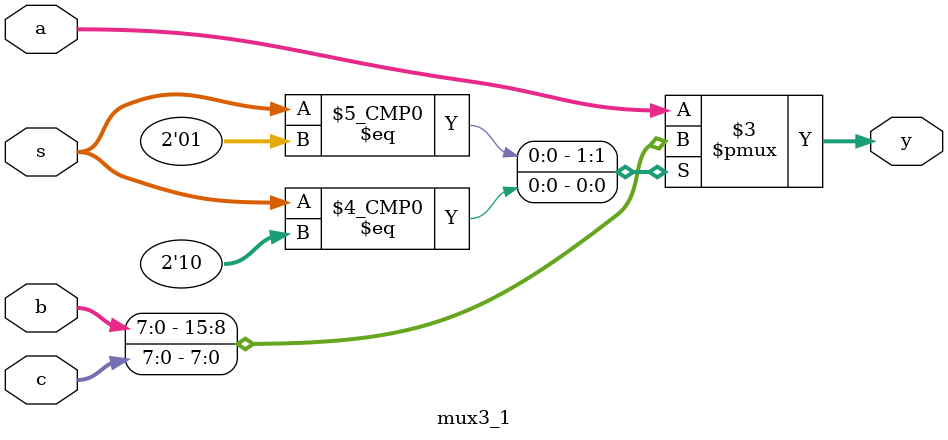
<source format=v>
module mux3_1 (
    input wire [7:0] a,
    input wire [7:0] b,
    input wire [7:0] c,
    input wire [1:0] s,
    output reg [7:0] y
);

always @(*) begin
    case (s)
        2'b00: y = a;
        2'b01: y = b;
        2'b10: y = c;
        default: y = a;
    endcase
end

endmodule

</source>
